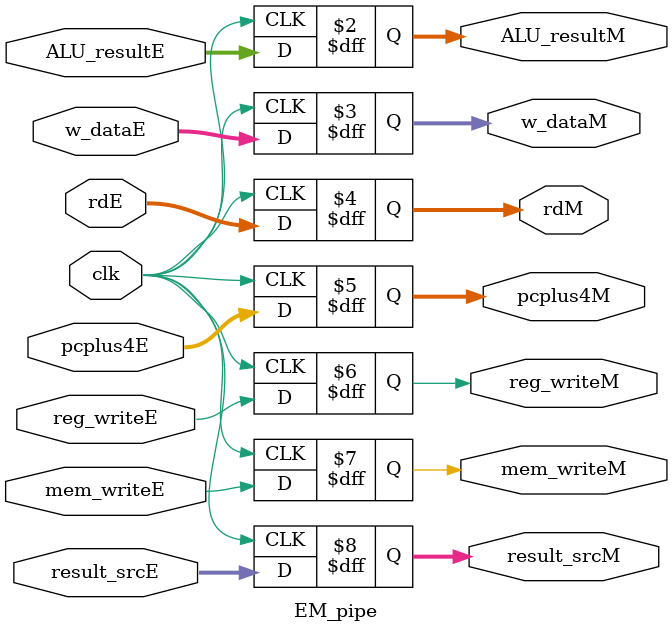
<source format=v>
module EM_pipe(
    input clk,
    input [31:0]ALU_resultE,
    input [31:0]w_dataE,
    input [4:0]rdE,
    input [31:0]pcplus4E,
    output reg [31:0]ALU_resultM,
    output reg [31:0]w_dataM,
    output reg [4:0]rdM,
    output reg [31:0]pcplus4M,

    input reg_writeE,
    input mem_writeE,
    input [1:0]result_srcE,
    output reg reg_writeM,
    output reg mem_writeM,
    output reg [1:0]result_srcM
);

always @(posedge clk)
begin
    ALU_resultM <= ALU_resultE;
    w_dataM <= w_dataE;
    rdM <= rdE;
    pcplus4M <= pcplus4E;

    reg_writeM <= reg_writeE;
    mem_writeM <= mem_writeE;
    result_srcM <= result_srcE;
end

endmodule
</source>
